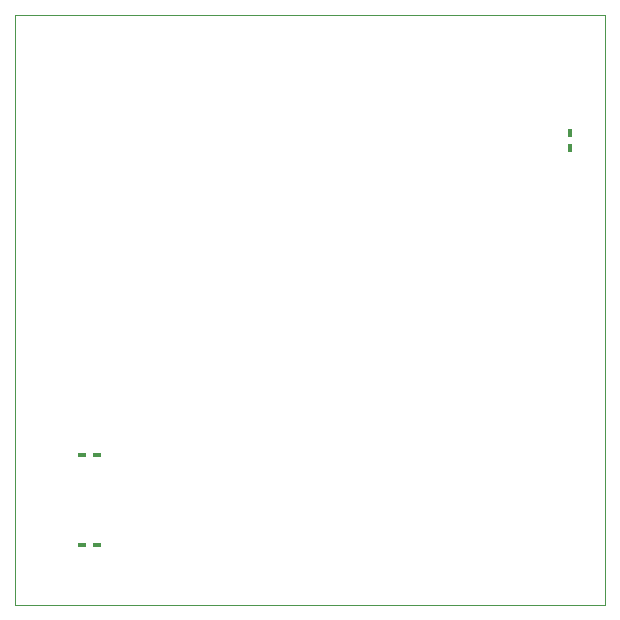
<source format=gtp>
G75*
G70*
%OFA0B0*%
%FSLAX24Y24*%
%IPPOS*%
%LPD*%
%AMOC8*
5,1,8,0,0,1.08239X$1,22.5*
%
%ADD10C,0.0000*%
%ADD11R,0.0177X0.0266*%
%ADD12R,0.0266X0.0177*%
D10*
X000302Y000726D02*
X000302Y020411D01*
X019987Y020411D01*
X019987Y000726D01*
X000302Y000726D01*
D11*
X018802Y015975D03*
X018802Y016477D03*
D12*
X003053Y005726D03*
X002551Y005726D03*
X002551Y002726D03*
X003053Y002726D03*
M02*

</source>
